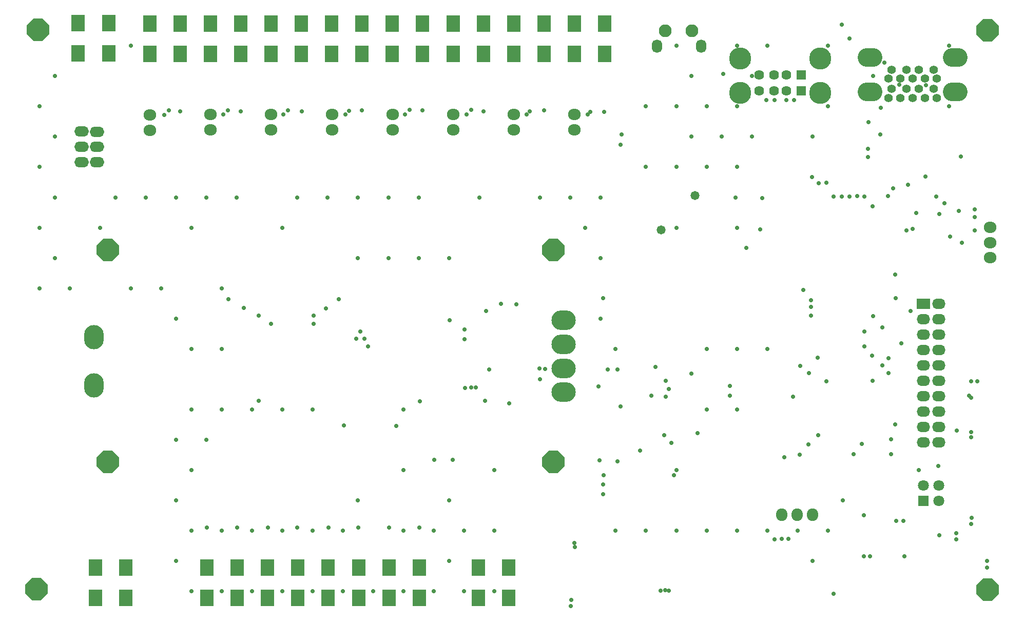
<source format=gbs>
G04 Layer_Color=16711935*
%FSTAX24Y24*%
%MOIN*%
G70*
G01*
G75*
%ADD124R,0.0867X0.1064*%
%ADD125O,0.0830X0.0730*%
%ADD126R,0.0639X0.0639*%
%ADD127C,0.0639*%
%ADD128C,0.1438*%
%ADD129O,0.1596X0.1222*%
%ADD130C,0.0552*%
%ADD131O,0.0671X0.0867*%
%ADD132C,0.0830*%
%ADD133O,0.0940X0.0680*%
%ADD134O,0.0867X0.0671*%
%ADD135R,0.0867X0.0671*%
%ADD136P,0.1578X8X22.5*%
%ADD137P,0.1578X8X22.5*%
%ADD138O,0.1580X0.1280*%
%ADD139O,0.1280X0.1580*%
%ADD140R,0.0710X0.0710*%
%ADD141C,0.0710*%
%ADD142O,0.0730X0.0830*%
%ADD143C,0.0277*%
%ADD144C,0.0580*%
D124*
X207713Y151147D02*
D03*
X207713Y149178D02*
D03*
X205745D02*
D03*
X205745Y151147D02*
D03*
X203776D02*
D03*
X203776Y149178D02*
D03*
X209682D02*
D03*
X209682Y151147D02*
D03*
X217556D02*
D03*
X217556Y149178D02*
D03*
X21165D02*
D03*
Y151147D02*
D03*
X213619Y151147D02*
D03*
Y149178D02*
D03*
X215587Y149178D02*
D03*
Y151147D02*
D03*
X202035Y184523D02*
D03*
X202035Y186492D02*
D03*
X204003D02*
D03*
Y184523D02*
D03*
X205972Y184523D02*
D03*
Y186492D02*
D03*
X200066Y186492D02*
D03*
X200066Y184523D02*
D03*
X217783Y184523D02*
D03*
Y186492D02*
D03*
X219751Y186492D02*
D03*
Y184523D02*
D03*
X22172Y184523D02*
D03*
Y186492D02*
D03*
X215814D02*
D03*
X215814Y184523D02*
D03*
X223688D02*
D03*
X223688Y186492D02*
D03*
X229594D02*
D03*
X229594Y184523D02*
D03*
X227625D02*
D03*
X227625Y186492D02*
D03*
X225657D02*
D03*
X225657Y184523D02*
D03*
X20794Y184523D02*
D03*
Y186492D02*
D03*
X213846D02*
D03*
X213846Y184523D02*
D03*
X211877D02*
D03*
X211877Y186492D02*
D03*
X209909D02*
D03*
X209909Y184523D02*
D03*
X198495Y149178D02*
D03*
X198495Y151147D02*
D03*
X196526D02*
D03*
X196526Y149178D02*
D03*
X195415Y186512D02*
D03*
X195415Y184543D02*
D03*
X197384D02*
D03*
X197384Y186512D02*
D03*
X223375Y149178D02*
D03*
Y151147D02*
D03*
X221406D02*
D03*
Y149178D02*
D03*
D125*
X22764Y17957D02*
D03*
Y18058D02*
D03*
X223701Y17957D02*
D03*
Y18058D02*
D03*
X219763Y17957D02*
D03*
Y18058D02*
D03*
X215824Y17957D02*
D03*
Y18058D02*
D03*
X211886Y17957D02*
D03*
Y18058D02*
D03*
X207947Y17957D02*
D03*
Y18058D02*
D03*
X204009Y17957D02*
D03*
Y18058D02*
D03*
X20007Y17955D02*
D03*
Y18056D02*
D03*
X25463Y17127D02*
D03*
Y17225D02*
D03*
Y17326D02*
D03*
D126*
X242378Y182111D02*
D03*
X242378Y183142D02*
D03*
D127*
X239622Y182111D02*
D03*
X240606D02*
D03*
X241394D02*
D03*
X240606Y183142D02*
D03*
X241394D02*
D03*
X239622D02*
D03*
D128*
X243587Y181973D02*
D03*
X238413D02*
D03*
Y184209D02*
D03*
X243587D02*
D03*
D129*
X252374Y182044D02*
D03*
X246826D02*
D03*
Y18428D02*
D03*
X252374D02*
D03*
D130*
X250978Y183493D02*
D03*
X248222D02*
D03*
X249994D02*
D03*
X249206D02*
D03*
X248025Y182902D02*
D03*
X251175D02*
D03*
X248813D02*
D03*
X2496D02*
D03*
X250387D02*
D03*
X250978Y182233D02*
D03*
X248222D02*
D03*
X249994D02*
D03*
X249206D02*
D03*
X248025Y181642D02*
D03*
X251175D02*
D03*
X248813D02*
D03*
X2496Y181642D02*
D03*
X250387Y181642D02*
D03*
D131*
X23587Y185D02*
D03*
X233D02*
D03*
D132*
X23528Y18603D02*
D03*
X23355D02*
D03*
D133*
X19562Y17847D02*
D03*
X19562Y17947D02*
D03*
Y17747D02*
D03*
X19662Y17946D02*
D03*
X19662Y17847D02*
D03*
X19662Y17747D02*
D03*
D134*
X2513Y15928D02*
D03*
Y16028D02*
D03*
Y16128D02*
D03*
Y16228D02*
D03*
Y16328D02*
D03*
Y16428D02*
D03*
Y16528D02*
D03*
Y16628D02*
D03*
Y16728D02*
D03*
Y16828D02*
D03*
X2503Y16728D02*
D03*
Y16628D02*
D03*
Y16528D02*
D03*
Y16428D02*
D03*
Y16328D02*
D03*
Y16228D02*
D03*
Y16128D02*
D03*
Y16028D02*
D03*
Y15928D02*
D03*
D135*
Y16828D02*
D03*
D136*
X254482Y186055D02*
D03*
Y149705D02*
D03*
X192707Y149735D02*
D03*
X192797Y186075D02*
D03*
D137*
X22627Y171786D02*
D03*
Y158006D02*
D03*
X197333D02*
D03*
X197333Y171786D02*
D03*
D138*
X226939Y167219D02*
D03*
Y162534D02*
D03*
Y164093D02*
D03*
Y165652D02*
D03*
D139*
X196427Y162967D02*
D03*
Y166116D02*
D03*
D140*
X25029Y15548D02*
D03*
D141*
Y15648D02*
D03*
X25129Y15548D02*
D03*
Y15648D02*
D03*
D142*
X24111Y15458D02*
D03*
X24209D02*
D03*
X2431D02*
D03*
D143*
X23357Y16328D02*
D03*
X2329Y16417D02*
D03*
X22051Y16598D02*
D03*
X22092Y16284D02*
D03*
X22055Y16283D02*
D03*
X22124Y16286D02*
D03*
X22051Y1666D02*
D03*
X21953Y1672D02*
D03*
X22979Y16402D02*
D03*
X22572Y16406D02*
D03*
X22536Y164093D02*
D03*
X23325Y14965D02*
D03*
X23377Y14966D02*
D03*
X22951Y15591D02*
D03*
Y15656D02*
D03*
X23353Y149678D02*
D03*
X2221Y16403D02*
D03*
X23773Y16295D02*
D03*
Y1623D02*
D03*
X23262D02*
D03*
X23378Y16274D02*
D03*
X243Y16751D02*
D03*
X24301Y16808D02*
D03*
X243Y16853D02*
D03*
X24551Y1855D02*
D03*
X245Y18643D02*
D03*
X2234Y16181D02*
D03*
X20712Y16753D02*
D03*
X24647Y16551D02*
D03*
Y16649D02*
D03*
X24227Y15847D02*
D03*
X2423Y16426D02*
D03*
X24287Y16377D02*
D03*
X24282Y15915D02*
D03*
X24343Y16478D02*
D03*
X244Y16326D02*
D03*
X24448Y17525D02*
D03*
X24499D02*
D03*
X24549Y17526D02*
D03*
X24599Y17528D02*
D03*
X24699Y17462D02*
D03*
X24801Y17527D02*
D03*
X25048Y18249D02*
D03*
X24873Y1825D02*
D03*
X24753Y18102D02*
D03*
X24647Y17526D02*
D03*
X24399Y17616D02*
D03*
X24191Y18153D02*
D03*
X24011D02*
D03*
X2414Y18152D02*
D03*
X2482Y15949D02*
D03*
Y15851D02*
D03*
X24702Y16748D02*
D03*
X23522Y16375D02*
D03*
X24185Y16226D02*
D03*
X24346Y15976D02*
D03*
X23982Y17516D02*
D03*
X2381Y17519D02*
D03*
X23565Y15987D02*
D03*
X23356Y16226D02*
D03*
X24948Y16782D02*
D03*
X24764Y16676D02*
D03*
X24888Y16573D02*
D03*
X24697Y16491D02*
D03*
X24764Y16427D02*
D03*
X24699Y16327D02*
D03*
X23879Y1719D02*
D03*
X20517Y16859D02*
D03*
X20618Y16802D02*
D03*
X214246Y165504D02*
D03*
X21399Y166D02*
D03*
X22189Y1678D02*
D03*
X213734Y166466D02*
D03*
X22288Y16829D02*
D03*
X213478Y166002D02*
D03*
X22388Y16824D02*
D03*
X21069Y16751D02*
D03*
X2115Y16799D02*
D03*
X21234Y16858D02*
D03*
X22957Y184499D02*
D03*
Y18075D02*
D03*
X22566Y18084D02*
D03*
X22172Y18079D02*
D03*
X217783Y180863D02*
D03*
X21385Y18084D02*
D03*
X20993Y18077D02*
D03*
X205972Y180772D02*
D03*
X202035Y180765D02*
D03*
X22868Y18076D02*
D03*
X22475Y18078D02*
D03*
X22063Y18058D02*
D03*
X21665D02*
D03*
X21276D02*
D03*
X21301Y18083D02*
D03*
X20875Y18058D02*
D03*
X20902Y18085D02*
D03*
X20484Y18058D02*
D03*
X20513Y18084D02*
D03*
X201Y18056D02*
D03*
X20129Y18085D02*
D03*
X21694Y18088D02*
D03*
X22093D02*
D03*
X22455Y18058D02*
D03*
X23731Y18322D02*
D03*
X247772Y183942D02*
D03*
X24908Y15189D02*
D03*
X24684D02*
D03*
X25132Y15326D02*
D03*
X22742Y14904D02*
D03*
X25341Y15398D02*
D03*
X25246Y16004D02*
D03*
X25327Y16231D02*
D03*
X25341Y15994D02*
D03*
X23969Y17313D02*
D03*
X2425Y16918D02*
D03*
X207924Y166994D02*
D03*
X21071Y16697D02*
D03*
X2285Y18058D02*
D03*
X22182Y16197D02*
D03*
X23044Y15805D02*
D03*
X2295Y16866D02*
D03*
X23042Y16401D02*
D03*
X22765Y15276D02*
D03*
X24128Y15832D02*
D03*
X20713Y16197D02*
D03*
X21361Y15375D02*
D03*
X21166D02*
D03*
X20965D02*
D03*
X20775D02*
D03*
X20575D02*
D03*
X20376D02*
D03*
X21606Y16036D02*
D03*
X21855Y15814D02*
D03*
X21268Y16038D02*
D03*
X21758Y15375D02*
D03*
X2156D02*
D03*
X21975Y15815D02*
D03*
X25442Y15157D02*
D03*
X22919Y16291D02*
D03*
X22926Y1581D02*
D03*
X23411Y15714D02*
D03*
X22955Y15716D02*
D03*
X23063Y16163D02*
D03*
X23191Y15876D02*
D03*
X23392Y15926D02*
D03*
X23347Y15975D02*
D03*
X24448Y14946D02*
D03*
X2307Y17929D02*
D03*
X23065Y17861D02*
D03*
X25242Y15337D02*
D03*
X25243Y15299D02*
D03*
X25341Y16217D02*
D03*
X24855Y15419D02*
D03*
X25381Y16324D02*
D03*
X2534D02*
D03*
X25442Y15114D02*
D03*
X22741Y14865D02*
D03*
X22766Y15248D02*
D03*
X24901Y15419D02*
D03*
X25342Y15437D02*
D03*
X25341Y1596D02*
D03*
X217597Y161963D02*
D03*
X243078Y17653D02*
D03*
X24351Y1761D02*
D03*
X24062Y1815D02*
D03*
X24577Y15853D02*
D03*
X24629Y15918D02*
D03*
X25126Y15775D02*
D03*
X25202Y17264D02*
D03*
X2411Y153D02*
D03*
X24642Y15454D02*
D03*
X24643Y15189D02*
D03*
X24155Y153D02*
D03*
X24065Y15298D02*
D03*
X24848Y16046D02*
D03*
X24802Y16475D02*
D03*
X24803Y16377D02*
D03*
X24849Y16864D02*
D03*
X24846Y17019D02*
D03*
X25363Y17392D02*
D03*
X2467Y1778D02*
D03*
X25279Y17226D02*
D03*
X248343Y17578D02*
D03*
X249196Y173044D02*
D03*
X249313Y17603D02*
D03*
X249838Y174188D02*
D03*
X253643Y17442D02*
D03*
X252613Y1743D02*
D03*
X246723Y18008D02*
D03*
X246713Y17836D02*
D03*
X247513Y17929D02*
D03*
X252723Y17784D02*
D03*
X250423Y17656D02*
D03*
X251343Y17413D02*
D03*
X251653Y17481D02*
D03*
X25115Y17525D02*
D03*
X249613Y17314D02*
D03*
X253623Y17304D02*
D03*
X192913Y169291D02*
D03*
X193898Y17126D02*
D03*
X192913Y173228D02*
D03*
X193898Y175197D02*
D03*
X192913Y177165D02*
D03*
X193898Y179134D02*
D03*
X192913Y181102D02*
D03*
X193898Y183071D02*
D03*
X194882Y169291D02*
D03*
X19685Y173228D02*
D03*
X197835Y175197D02*
D03*
X198819Y169291D02*
D03*
X199803Y175197D02*
D03*
X198819Y185039D02*
D03*
X201772Y151575D02*
D03*
Y155512D02*
D03*
Y159449D02*
D03*
Y167323D02*
D03*
X200787Y169291D02*
D03*
X201772Y175197D02*
D03*
X202756Y149606D02*
D03*
Y153543D02*
D03*
Y15748D02*
D03*
X20374Y159449D02*
D03*
X202756Y161417D02*
D03*
Y165354D02*
D03*
Y173228D02*
D03*
X20374Y175197D02*
D03*
X204724Y149606D02*
D03*
Y153543D02*
D03*
Y161417D02*
D03*
Y165354D02*
D03*
Y169291D02*
D03*
X205709Y175197D02*
D03*
X206693Y149606D02*
D03*
Y153543D02*
D03*
Y161417D02*
D03*
X208661Y149606D02*
D03*
Y153543D02*
D03*
Y161417D02*
D03*
Y173228D02*
D03*
X209646Y175197D02*
D03*
X21063Y149606D02*
D03*
Y153543D02*
D03*
Y161417D02*
D03*
X211614Y175197D02*
D03*
X212598Y149606D02*
D03*
Y153543D02*
D03*
X213583Y155512D02*
D03*
Y17126D02*
D03*
Y175197D02*
D03*
X214567Y149606D02*
D03*
X215551Y17126D02*
D03*
Y175197D02*
D03*
X216535Y149606D02*
D03*
Y153543D02*
D03*
Y15748D02*
D03*
Y161417D02*
D03*
X21752Y17126D02*
D03*
Y175197D02*
D03*
X218504Y149606D02*
D03*
X219488Y151575D02*
D03*
X218504Y153543D02*
D03*
X219488Y155512D02*
D03*
Y17126D02*
D03*
X220472Y149606D02*
D03*
Y153543D02*
D03*
X221457Y175197D02*
D03*
X222441Y149606D02*
D03*
Y153543D02*
D03*
Y15748D02*
D03*
X225394Y163386D02*
D03*
Y175197D02*
D03*
X227362D02*
D03*
X229331Y167323D02*
D03*
Y17126D02*
D03*
X228346Y173228D02*
D03*
X229331Y175197D02*
D03*
X230315Y153543D02*
D03*
Y165354D02*
D03*
X232283Y153543D02*
D03*
Y177165D02*
D03*
Y181102D02*
D03*
X234252Y153543D02*
D03*
Y15748D02*
D03*
Y173228D02*
D03*
Y177165D02*
D03*
X235236Y179134D02*
D03*
X234252Y181102D02*
D03*
X235236Y183071D02*
D03*
X234252Y185039D02*
D03*
X23622Y153543D02*
D03*
Y161417D02*
D03*
Y165354D02*
D03*
Y177165D02*
D03*
X237205Y179134D02*
D03*
X23622Y181102D02*
D03*
X238189Y153543D02*
D03*
Y161417D02*
D03*
Y165354D02*
D03*
Y173228D02*
D03*
Y177165D02*
D03*
X239173Y179134D02*
D03*
X238189Y181102D02*
D03*
X239173Y183071D02*
D03*
X238189Y185039D02*
D03*
X240157Y153543D02*
D03*
Y165354D02*
D03*
Y185039D02*
D03*
X24311Y151575D02*
D03*
X242126Y153543D02*
D03*
X24311Y179134D02*
D03*
X244095Y153543D02*
D03*
X245079Y155512D02*
D03*
X244095Y181102D02*
D03*
Y185039D02*
D03*
X247047Y183071D02*
D03*
X25Y15748D02*
D03*
X251969Y181102D02*
D03*
Y185039D02*
D03*
D144*
X233255Y173075D02*
D03*
X235482Y175302D02*
D03*
M02*

</source>
